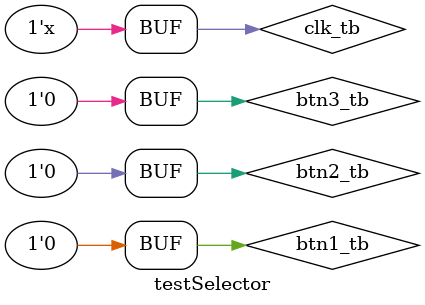
<source format=v>
`timescale 1ns / 1ps


module testSelector();

    reg btn1_tb, btn2_tb, btn3_tb;
    reg clk_tb;
    wire[1:0] btn_tb;
    
    initial
    begin
        clk_tb = 0;
        btn1_tb = 0;
        btn2_tb = 0;
        btn3_tb = 0;
        
        #10
        btn1_tb = 1;
        #10
        btn1_tb = 0;
        #50
        

        btn2_tb = 1;
        #10
        btn2_tb = 0;
        #50
        

        btn3_tb = 1;
        #10
        btn3_tb = 0;
        #50;
    end
    
    always
    begin
        #1;
        clk_tb = ~ clk_tb;
    end
    
    selector selector(btn1_tb, btn2_tb, btn3_tb, clk_tb, btn_tb);
endmodule

</source>
